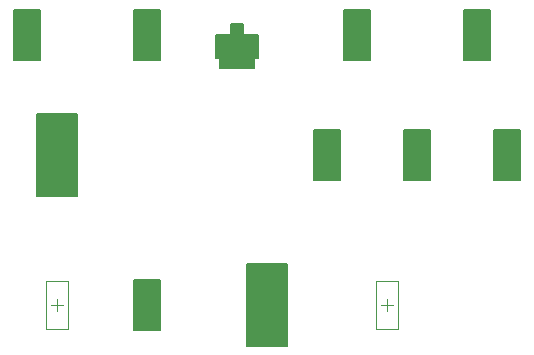
<source format=gbr>
%FSTAX23Y23*%
%MOIN*%
%SFA1B1*%

%IPPOS*%
%ADD18C,0.006000*%
%ADD23C,0.003937*%
%LNbattery_3.7_pcb_mechanical_15-1*%
%LPD*%
G36*
X06244Y02316D02*
X06155D01*
Y02484*
X06244*
Y02316*
G37*
G36*
X05844D02*
X05755D01*
Y02484*
X05844*
Y02316*
G37*
G36*
X05144D02*
X05055D01*
Y02484*
X05144*
Y02316*
G37*
G36*
X04744D02*
X04655D01*
Y02484*
X04744*
Y02316*
G37*
G36*
X05421Y02399D02*
X05469D01*
Y02324*
X05457*
Y02289*
X05342*
Y02324*
X05331*
Y02399*
X05379*
Y02435*
X05421*
Y02399*
G37*
G36*
X06344Y01916D02*
X06255D01*
Y02084*
X06344*
Y01916*
G37*
G36*
X06044D02*
X05955D01*
Y02084*
X06044*
Y01916*
G37*
G36*
X05744D02*
X05655D01*
Y02084*
X05744*
Y01916*
G37*
G36*
X04865Y01864D02*
X04734D01*
Y02136*
X04865*
Y01864*
G37*
G36*
X05144Y01416D02*
X05055D01*
Y01584*
X05144*
Y01416*
G37*
G36*
X05565Y01364D02*
X05434D01*
Y01636*
X05565*
Y01364*
G37*
G54D18*
X04744Y02316D02*
Y02484D01*
X04655D02*
X04744D01*
X04655Y02316D02*
Y02484D01*
Y02316D02*
X04744D01*
X05342Y02289D02*
X05457D01*
X05342D02*
Y02324D01*
X05457Y02289D02*
Y02324D01*
X05331D02*
X05342D01*
X05457D02*
X05469D01*
Y02399*
X05421D02*
X05469D01*
X05421D02*
Y02435D01*
X05379D02*
X05421D01*
X05379Y02399D02*
Y02435D01*
X05331Y02399D02*
X05379D01*
X05331Y02324D02*
Y02399D01*
X04734Y01864D02*
X04865D01*
X04734D02*
Y02136D01*
X04865*
Y01864D02*
Y02136D01*
X05144Y02316D02*
Y02484D01*
X05055D02*
X05144D01*
X05055Y02316D02*
Y02484D01*
Y02316D02*
X05144D01*
X06244D02*
Y02484D01*
X06155D02*
X06244D01*
X06155Y02316D02*
Y02484D01*
Y02316D02*
X06244D01*
X05844D02*
Y02484D01*
X05755D02*
X05844D01*
X05755Y02316D02*
Y02484D01*
Y02316D02*
X05844D01*
X06344Y01916D02*
Y02084D01*
X06255D02*
X06344D01*
X06255Y01916D02*
Y02084D01*
Y01916D02*
X06344D01*
X06044D02*
Y02084D01*
X05955D02*
X06044D01*
X05955Y01916D02*
Y02084D01*
Y01916D02*
X06044D01*
X05744D02*
Y02084D01*
X05655D02*
X05744D01*
X05655Y01916D02*
Y02084D01*
Y01916D02*
X05744D01*
X05434Y01364D02*
X05565D01*
X05434D02*
Y01636D01*
X05565*
Y01364D02*
Y01636D01*
X05144Y01416D02*
Y01584D01*
X05055D02*
X05144D01*
X05055Y01416D02*
Y01584D01*
Y01416D02*
X05144D01*
G54D23*
X0478Y015D02*
X04819D01*
X048Y0148D02*
Y01519D01*
X04837Y01421D02*
Y01578D01*
X04762Y01421D02*
Y01578D01*
X04837*
X04762Y01421D02*
X04837D01*
X0588Y015D02*
X05919D01*
X059Y0148D02*
Y01519D01*
X05937Y01421D02*
Y01578D01*
X05862Y01421D02*
Y01578D01*
X05937*
X05862Y01421D02*
X05937D01*
M02*
</source>
